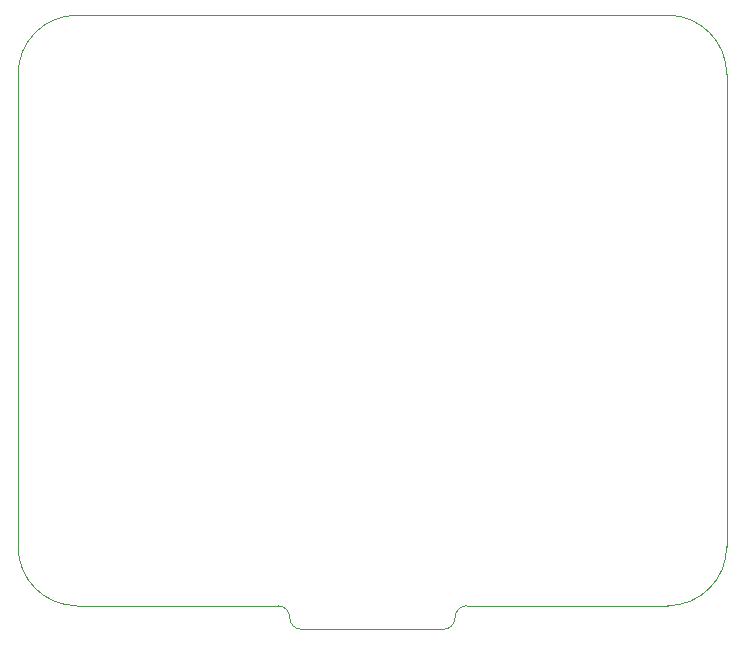
<source format=gbr>
%TF.GenerationSoftware,KiCad,Pcbnew,8.0.8*%
%TF.CreationDate,2025-02-10T09:37:57+01:00*%
%TF.ProjectId,Otto-ESP32-XIAO-Lite,4f74746f-2d45-4535-9033-322d5849414f,1.0*%
%TF.SameCoordinates,Original*%
%TF.FileFunction,Profile,NP*%
%FSLAX46Y46*%
G04 Gerber Fmt 4.6, Leading zero omitted, Abs format (unit mm)*
G04 Created by KiCad (PCBNEW 8.0.8) date 2025-02-10 09:37:57*
%MOMM*%
%LPD*%
G01*
G04 APERTURE LIST*
%TA.AperFunction,Profile*%
%ADD10C,0.050000*%
%TD*%
G04 APERTURE END LIST*
D10*
X67426346Y-121016000D02*
X79426346Y-121016000D01*
X43426346Y-114016000D02*
X43426346Y-74016000D01*
X67426346Y-121016000D02*
G75*
G02*
X66426300Y-120016000I-46J1000000D01*
G01*
X65426346Y-119016000D02*
X48426346Y-119016000D01*
X98426346Y-69016000D02*
G75*
G02*
X103426300Y-74016000I-46J-5000000D01*
G01*
X43426346Y-74016000D02*
G75*
G02*
X48426346Y-69015996I5000004J0D01*
G01*
X103426346Y-74016000D02*
X103426346Y-114016000D01*
X48426346Y-69016000D02*
X98426346Y-69016000D01*
X80426346Y-120016000D02*
G75*
G02*
X81426346Y-119016046I999954J0D01*
G01*
X80426346Y-120016000D02*
G75*
G02*
X79426346Y-121016046I-1000046J0D01*
G01*
X103426346Y-114016000D02*
G75*
G02*
X98426346Y-119016046I-5000046J0D01*
G01*
X48426346Y-119016000D02*
G75*
G02*
X43426350Y-114016000I4J5000000D01*
G01*
X65426346Y-119016000D02*
G75*
G02*
X66426300Y-120016000I-46J-1000000D01*
G01*
X81426346Y-119016000D02*
X98426346Y-119016000D01*
M02*

</source>
